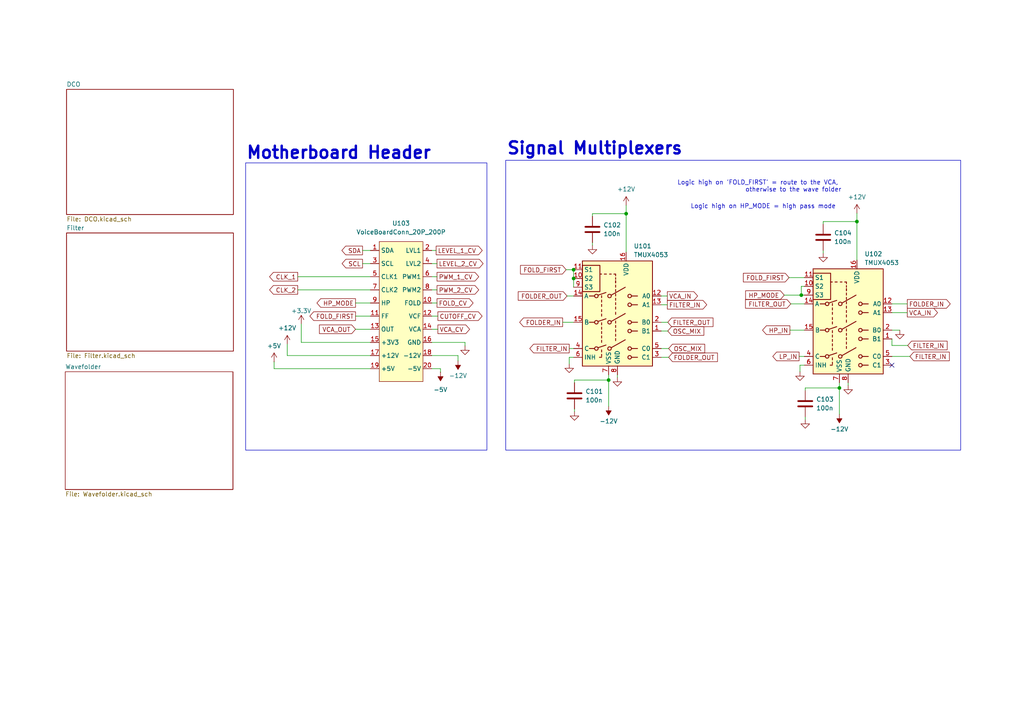
<source format=kicad_sch>
(kicad_sch (version 20231120) (generator "eeschema") (generator_version "8.0")
  (paper "A4")
  (lib_symbols
    (symbol "Analog_Switch:TMUX4053"
      (property "Reference" "U" (at -10.16 16.51 0))
      (property "Value" "TMUX4053" (at 3.81 16.51 0))
      (symbol "TMUX4053_0_1"
        (rectangle (start -10.16 6.35) (end -5.08 13.97) (stroke (width 0.254)))
        (rectangle (start -10.16 15.24) (end 10.16 -15.24) (stroke (width 0.254)) (fill (type background)))
        (circle (center -6.096 -10.16) (radius 0.508) (stroke (width 0.254)))
        (circle (center -6.096 -2.54) (radius 0.508) (stroke (width 0.254)))
        (circle (center -6.096 5.08) (radius 0.508) (stroke (width 0.254)))
        (circle (center -2.286 -10.16) (radius 0.508) (stroke (width 0.254)))
        (circle (center -2.286 -2.54) (radius 0.508) (stroke (width 0.254)))
        (circle (center -2.286 5.08) (radius 0.508) (stroke (width 0.254)))
        (polyline (pts (xy -8.128 -10.16) (xy -6.604 -10.16)) (stroke (width 0.254)))
        (polyline (pts (xy -8.128 -2.54) (xy -6.604 -2.54)) (stroke (width 0.254)))
        (polyline (pts (xy -8.128 5.08) (xy -6.604 5.08)) (stroke (width 0.254)))
        (polyline (pts (xy -5.588 -9.906) (xy -3.302 -9.144)) (stroke (width 0.254)))
        (polyline (pts (xy -5.588 -2.286) (xy -3.302 -1.524)) (stroke (width 0.254)))
        (polyline (pts (xy -5.588 5.334) (xy -3.302 6.096)) (stroke (width 0.254)))
        (polyline (pts (xy -4.572 -12.7) (xy -5.207 -12.7)) (stroke (width 0.254)))
        (polyline (pts (xy -4.572 -12.446) (xy -4.572 -11.811)) (stroke (width 0.254)))
        (polyline (pts (xy -4.572 -11.176) (xy -4.572 -10.541)) (stroke (width 0.254)))
        (polyline (pts (xy -4.572 -8.382) (xy -4.572 -7.747)) (stroke (width 0.254)))
        (polyline (pts (xy -4.572 -7.112) (xy -4.572 -6.477)) (stroke (width 0.254)))
        (polyline (pts (xy -4.572 -5.842) (xy -4.572 -5.207)) (stroke (width 0.254)))
        (polyline (pts (xy -4.572 -4.572) (xy -4.572 -3.937)) (stroke (width 0.254)))
        (polyline (pts (xy -4.572 -3.302) (xy -4.572 -2.667)) (stroke (width 0.254)))
        (polyline (pts (xy -4.572 -0.762) (xy -4.572 -0.127)) (stroke (width 0.254)))
        (polyline (pts (xy -4.572 0.508) (xy -4.572 1.143)) (stroke (width 0.254)))
        (polyline (pts (xy -4.572 2.032) (xy -4.572 2.667)) (stroke (width 0.254)))
        (polyline (pts (xy -4.572 3.302) (xy -4.572 3.937)) (stroke (width 0.254)))
        (polyline (pts (xy -4.572 4.572) (xy -4.572 5.207)) (stroke (width 0.254)))
        (polyline (pts (xy -4.572 11.43) (xy -5.08 11.43)) (stroke (width 0.254)))
        (polyline (pts (xy -3.81 11.43) (xy -3.175 11.43)) (stroke (width 0.254)))
        (polyline (pts (xy -1.778 -9.906) (xy 2.286 -7.62)) (stroke (width 0.254)))
        (polyline (pts (xy -1.778 -2.286) (xy 2.286 0)) (stroke (width 0.254)))
        (polyline (pts (xy -1.778 5.334) (xy 2.286 7.62)) (stroke (width 0.254)))
        (polyline (pts (xy -1.778 11.43) (xy -2.286 11.43)) (stroke (width 0.254)))
        (polyline (pts (xy -0.508 -7.874) (xy -0.508 -7.239)) (stroke (width 0.254)))
        (polyline (pts (xy -0.508 -6.604) (xy -0.508 -5.969)) (stroke (width 0.254)))
        (polyline (pts (xy -0.508 -5.334) (xy -0.508 -4.699)) (stroke (width 0.254)))
        (polyline (pts (xy -0.508 -4.064) (xy -0.508 -3.429)) (stroke (width 0.254)))
        (polyline (pts (xy -0.508 -2.794) (xy -0.508 -2.159)) (stroke (width 0.254)))
        (polyline (pts (xy -0.508 -0.254) (xy -0.508 0.381)) (stroke (width 0.254)))
        (polyline (pts (xy -0.508 1.27) (xy -0.508 1.905)) (stroke (width 0.254)))
        (polyline (pts (xy -0.508 2.54) (xy -0.508 3.175)) (stroke (width 0.254)))
        (polyline (pts (xy -0.508 3.81) (xy -0.508 4.445)) (stroke (width 0.254)))
        (polyline (pts (xy -0.508 5.08) (xy -0.508 5.715)) (stroke (width 0.254)))
        (polyline (pts (xy -0.508 6.35) (xy -0.508 6.985)) (stroke (width 0.254)))
        (polyline (pts (xy -0.508 7.62) (xy -0.508 8.255)) (stroke (width 0.254)))
        (polyline (pts (xy -0.508 8.89) (xy -0.508 9.398)) (stroke (width 0.254)))
        (polyline (pts (xy -0.508 8.89) (xy -0.508 9.525)) (stroke (width 0.254)))
        (polyline (pts (xy -0.508 9.906) (xy -0.508 10.414)) (stroke (width 0.254)))
        (polyline (pts (xy -0.508 10.922) (xy -0.508 11.43)) (stroke (width 0.254)))
        (polyline (pts (xy -0.508 11.43) (xy -1.016 11.43)) (stroke (width 0.254)))
        (polyline (pts (xy 4.064 -12.7) (xy 5.842 -12.7)) (stroke (width 0.254)))
        (polyline (pts (xy 4.064 -10.16) (xy 5.842 -10.16)) (stroke (width 0.254)))
        (polyline (pts (xy 4.064 -5.08) (xy 5.842 -5.08)) (stroke (width 0.254)))
        (polyline (pts (xy 4.064 -2.54) (xy 5.842 -2.54)) (stroke (width 0.254)))
        (polyline (pts (xy 4.064 2.54) (xy 5.842 2.54)) (stroke (width 0.254)))
        (polyline (pts (xy 4.064 5.08) (xy 5.842 5.08)) (stroke (width 0.254)))
        (circle (center 3.556 -12.7) (radius 0.508) (stroke (width 0.254)))
        (circle (center 3.556 -10.16) (radius 0.508) (stroke (width 0.254)))
        (circle (center 3.556 -5.08) (radius 0.508) (stroke (width 0.254)))
        (circle (center 3.556 -2.54) (radius 0.508) (stroke (width 0.254)))
        (circle (center 3.556 2.54) (radius 0.508) (stroke (width 0.254)))
        (circle (center 3.556 5.08) (radius 0.508) (stroke (width 0.254)))
      )
      (symbol "TMUX4053_1_1"
        (pin bidirectional line (at 12.7 -5.08 180) (length 2.54) (name "B1") (number "1"))
        (pin input line (at -12.7 10.16 0) (length 2.54) (name "S2") (number "10"))
        (pin input line (at -12.7 12.7 0) (length 2.54) (name "S1") (number "11"))
        (pin bidirectional line (at 12.7 5.08 180) (length 2.54) (name "A0") (number "12"))
        (pin bidirectional line (at 12.7 2.54 180) (length 2.54) (name "A1") (number "13"))
        (pin bidirectional line (at -12.7 5.08 0) (length 2.54) (name "A") (number "14"))
        (pin bidirectional line (at -12.7 -2.54 0) (length 2.54) (name "B") (number "15"))
        (pin power_in line (at 2.54 17.78 270) (length 2.54) (name "VDD") (number "16"))
        (pin bidirectional line (at 12.7 -2.54 180) (length 2.54) (name "B0") (number "2"))
        (pin bidirectional line (at 12.7 -12.7 180) (length 2.54) (name "C1") (number "3"))
        (pin bidirectional line (at -12.7 -10.16 0) (length 2.54) (name "C") (number "4"))
        (pin bidirectional line (at 12.7 -10.16 180) (length 2.54) (name "C0") (number "5"))
        (pin input line (at -12.7 -12.7 0) (length 2.54) (name "INH") (number "6"))
        (pin power_in line (at -2.54 -17.78 90) (length 2.54) (name "VSS") (number "7"))
        (pin power_in line (at 0 -17.78 90) (length 2.54) (name "GND") (number "8"))
        (pin input line (at -12.7 7.62 0) (length 2.54) (name "S3") (number "9"))
      )
    )
    (symbol "Connector_Audio:VoiceBoardConn_20P_200P"
      (property "Reference" "U103" (at 0 32.004 0))
      (property "Value" "VoiceBoardConn_20P_200P" (at 0 29.464 0))
      (symbol "VoiceBoardConn_20P_200P_1_1"
        (rectangle (start -6.35 26.67) (end 6.35 -13.9) (fill (type background)))
        (pin passive line (at -8.89 24.13 0) (length 2.54) (name "SDA") (number "1"))
        (pin passive line (at 8.89 8.89 180) (length 2.54) (name "FOLD") (number "10"))
        (pin passive line (at -8.89 5.08 0) (length 2.54) (name "FF") (number "11"))
        (pin passive line (at 8.89 5.08 180) (length 2.54) (name "VCF") (number "12"))
        (pin passive line (at -8.89 1.27 0) (length 2.54) (name "OUT") (number "13"))
        (pin passive line (at 8.89 1.27 180) (length 2.54) (name "VCA") (number "14"))
        (pin passive line (at -8.89 -2.54 0) (length 2.54) (name "+3V3") (number "15"))
        (pin passive line (at 8.89 -2.54 180) (length 2.54) (name "GND") (number "16"))
        (pin passive line (at -8.89 -6.35 0) (length 2.54) (name "+12V") (number "17"))
        (pin passive line (at 8.89 -6.35 180) (length 2.54) (name "-12V") (number "18"))
        (pin passive line (at -8.89 -10.16 0) (length 2.54) (name "+5V") (number "19"))
        (pin passive line (at 8.89 24.13 180) (length 2.54) (name "LVL1") (number "2"))
        (pin passive line (at 8.89 -10.16 180) (length 2.54) (name "-5V") (number "20"))
        (pin passive line (at -8.89 20.32 0) (length 2.54) (name "SCL") (number "3"))
        (pin passive line (at 8.89 20.32 180) (length 2.54) (name "LVL2") (number "4"))
        (pin passive line (at -8.89 16.51 0) (length 2.54) (name "CLK1") (number "5"))
        (pin passive line (at 8.89 16.51 180) (length 2.54) (name "PWM1") (number "6"))
        (pin passive line (at -8.89 12.7 0) (length 2.54) (name "CLK2") (number "7"))
        (pin passive line (at 8.89 12.7 180) (length 2.54) (name "PWM2") (number "8"))
        (pin passive line (at -8.89 8.89 0) (length 2.54) (name "HP") (number "9"))
      )
    )
    (symbol "Device:C" (pin_numbers hide) (pin_names (offset 0.254))
      (property "Reference" "C" (at 0.635 2.54 0))
      (property "Value" "C" (at 0.635 -2.54 0))
      (symbol "C_0_1"
        (polyline (pts (xy -2.032 -0.762) (xy 2.032 -0.762)) (stroke (width 0.508)))
        (polyline (pts (xy -2.032 0.762) (xy 2.032 0.762)) (stroke (width 0.508)))
      )
      (symbol "C_1_1"
        (pin passive line (at 0 3.81 270) (length 2.794) (name "~") (number "1"))
        (pin passive line (at 0 -3.81 90) (length 2.794) (name "~") (number "2"))
      )
    )
    (symbol "power:+12V" (power) (pin_names (offset 0))
      (property "Value" "+12V" (at 0 3.556 0))
      (symbol "+12V_0_1"
        (polyline (pts (xy -0.762 1.27) (xy 0 2.54)))
        (polyline (pts (xy 0 0) (xy 0 2.54)))
        (polyline (pts (xy 0 2.54) (xy 0.762 1.27)))
      )
      (symbol "+12V_1_1"
        (pin power_in line (at 0 0 90) (length 0) hide (name "+12V") (number "1"))
      )
    )
    (symbol "power:+3.3V" (power) (pin_names (offset 0))
      (property "Value" "+3.3V" (at 0 3.556 0))
      (symbol "+3.3V_0_1"
        (polyline (pts (xy -0.762 1.27) (xy 0 2.54)))
        (polyline (pts (xy 0 0) (xy 0 2.54)))
        (polyline (pts (xy 0 2.54) (xy 0.762 1.27)))
      )
      (symbol "+3.3V_1_1"
        (pin power_in line (at 0 0 90) (length 0) hide (name "+3.3V") (number "1"))
      )
    )
    (symbol "power:+5V" (power) (pin_numbers hide) (pin_names (offset 0) hide)
      (property "Value" "+5V" (at 0 3.556 0))
      (symbol "+5V_0_1"
        (polyline (pts (xy -0.762 1.27) (xy 0 2.54)))
        (polyline (pts (xy 0 0) (xy 0 2.54)))
        (polyline (pts (xy 0 2.54) (xy 0.762 1.27)))
      )
      (symbol "+5V_1_1"
        (pin power_in line (at 0 0 90) (length 0) (name "~") (number "1"))
      )
    )
    (symbol "power:-12V" (power) (pin_names (offset 0))
      (property "Value" "-12V" (at 0 3.81 0))
      (symbol "-12V_0_0"
        (pin power_in line (at 0 0 90) (length 0) hide (name "-12V") (number "1"))
      )
      (symbol "-12V_0_1"
        (polyline (pts (xy 0 0) (xy 0 1.27) (xy 0.762 1.27) (xy 0 2.54) (xy -0.762 1.27) (xy 0 1.27)) (fill (type outline)))
      )
    )
    (symbol "power:-5V" (power) (pin_numbers hide) (pin_names (offset 0) hide)
      (property "Value" "-5V" (at 0 3.556 0))
      (symbol "-5V_0_0"
        (pin power_in line (at 0 0 90) (length 0) (name "~") (number "1"))
      )
      (symbol "-5V_0_1"
        (polyline (pts (xy 0 0) (xy 0 1.27) (xy 0.762 1.27) (xy 0 2.54) (xy -0.762 1.27) (xy 0 1.27)) (fill (type outline)))
      )
    )
    (symbol "power:GND" (power) (pin_names (offset 0))
      (symbol "GND_0_1"
        (polyline (pts (xy 0 0) (xy 0 -1.27) (xy 1.27 -1.27) (xy 0 -2.54) (xy -1.27 -1.27) (xy 0 -1.27)))
      )
      (symbol "GND_1_1"
        (pin power_in line (at 0 0 270) (length 0) hide (name "GND") (number "1"))
      )
    )
  )
  (junction (at 166.37 78.232))
  (junction (at 248.539 64.262))
  (junction (at 243.459 112.522))
  (junction (at 166.37 80.772))
  (junction (at 232.41 85.598))
  (junction (at 181.61 61.976))
  (junction (at 176.53 110.236))
  (no_connect (at 258.699 105.918))
  (wire (pts (xy 83.312 99.822) (xy 83.312 103.124)))
  (wire (pts (xy 132.842 103.124) (xy 132.842 104.648)))
  (wire (pts (xy 105.156 76.454) (xy 107.442 76.454)))
  (wire (pts (xy 107.442 106.934) (xy 79.502 106.934)))
  (wire (pts (xy 258.699 90.678) (xy 263.144 90.678)))
  (wire (pts (xy 229.108 95.758) (xy 233.299 95.758)))
  (wire (pts (xy 171.831 61.976) (xy 181.61 61.976)))
  (wire (pts (xy 86.36 84.074) (xy 107.442 84.074)))
  (wire (pts (xy 103.124 91.694) (xy 107.442 91.694)))
  (wire (pts (xy 87.376 93.98) (xy 87.376 99.314)))
  (wire (pts (xy 228.854 80.518) (xy 233.299 80.518)))
  (wire (pts (xy 163.195 93.472) (xy 166.37 93.472)))
  (wire (pts (xy 125.222 72.644) (xy 126.492 72.644)))
  (wire (pts (xy 238.76 72.644) (xy 238.76 73.406)))
  (wire (pts (xy 233.553 112.522) (xy 243.459 112.522)))
  (wire (pts (xy 103.124 95.504) (xy 107.442 95.504)))
  (wire (pts (xy 171.831 70.358) (xy 171.831 71.12)))
  (wire (pts (xy 191.77 88.392) (xy 193.548 88.392)))
  (wire (pts (xy 165.1 101.092) (xy 166.37 101.092)))
  (wire (pts (xy 125.222 99.314) (xy 134.874 99.314)))
  (wire (pts (xy 165.1 103.632) (xy 166.37 103.632)))
  (wire (pts (xy 243.459 112.522) (xy 243.459 110.998)))
  (wire (pts (xy 258.699 103.378) (xy 263.906 103.378)))
  (wire (pts (xy 176.53 110.236) (xy 176.53 108.712)))
  (wire (pts (xy 166.624 110.236) (xy 176.53 110.236)))
  (wire (pts (xy 245.999 110.998) (xy 245.999 111.76)))
  (wire (pts (xy 233.553 120.904) (xy 233.553 121.666)))
  (wire (pts (xy 79.502 106.934) (xy 79.502 104.902)))
  (wire (pts (xy 232.41 83.058) (xy 232.41 85.598)))
  (wire (pts (xy 232.41 85.598) (xy 233.299 85.598)))
  (wire (pts (xy 232.029 105.918) (xy 233.299 105.918)))
  (wire (pts (xy 179.07 108.712) (xy 179.07 109.474)))
  (wire (pts (xy 263.144 88.138) (xy 258.699 88.138)))
  (wire (pts (xy 166.37 80.772) (xy 166.37 83.312)))
  (wire (pts (xy 86.36 80.264) (xy 107.442 80.264)))
  (wire (pts (xy 164.465 85.852) (xy 166.37 85.852)))
  (wire (pts (xy 191.77 85.852) (xy 193.548 85.852)))
  (wire (pts (xy 243.459 112.522) (xy 243.459 120.142)))
  (wire (pts (xy 191.77 101.092) (xy 193.929 101.092)))
  (wire (pts (xy 227.457 85.598) (xy 232.41 85.598)))
  (wire (pts (xy 258.699 98.298) (xy 258.699 100.203)))
  (wire (pts (xy 233.553 113.284) (xy 233.553 112.522)))
  (wire (pts (xy 176.53 110.236) (xy 176.53 117.856)))
  (wire (pts (xy 166.624 118.618) (xy 166.624 119.38)))
  (wire (pts (xy 125.222 76.454) (xy 126.746 76.454)))
  (wire (pts (xy 125.222 84.074) (xy 126.746 84.074)))
  (wire (pts (xy 248.539 61.849) (xy 248.539 64.262)))
  (wire (pts (xy 83.312 103.124) (xy 107.442 103.124)))
  (wire (pts (xy 238.76 64.262) (xy 248.539 64.262)))
  (wire (pts (xy 165.1 105.537) (xy 165.1 103.632)))
  (wire (pts (xy 233.299 83.058) (xy 232.41 83.058)))
  (wire (pts (xy 125.222 87.884) (xy 126.746 87.884)))
  (wire (pts (xy 164.211 78.232) (xy 166.37 78.232)))
  (wire (pts (xy 125.222 103.124) (xy 132.842 103.124)))
  (wire (pts (xy 125.222 95.504) (xy 127 95.504)))
  (wire (pts (xy 103.124 87.884) (xy 107.442 87.884)))
  (wire (pts (xy 181.61 61.976) (xy 181.61 73.152)))
  (wire (pts (xy 191.77 103.632) (xy 193.929 103.632)))
  (wire (pts (xy 181.61 59.563) (xy 181.61 61.976)))
  (wire (pts (xy 125.222 80.264) (xy 126.746 80.264)))
  (wire (pts (xy 258.699 95.758) (xy 260.985 95.758)))
  (wire (pts (xy 166.624 110.998) (xy 166.624 110.236)))
  (wire (pts (xy 125.222 106.934) (xy 127.762 106.934)))
  (wire (pts (xy 229.362 88.138) (xy 233.299 88.138)))
  (wire (pts (xy 191.77 93.472) (xy 193.675 93.472)))
  (wire (pts (xy 125.222 91.694) (xy 127 91.694)))
  (wire (pts (xy 232.029 107.823) (xy 232.029 105.918)))
  (wire (pts (xy 238.76 65.024) (xy 238.76 64.262)))
  (wire (pts (xy 258.699 100.203) (xy 263.271 100.203)))
  (wire (pts (xy 105.156 72.644) (xy 107.442 72.644)))
  (wire (pts (xy 231.775 103.378) (xy 233.299 103.378)))
  (wire (pts (xy 191.77 96.012) (xy 193.675 96.012)))
  (wire (pts (xy 127.762 106.934) (xy 127.762 107.95)))
  (wire (pts (xy 166.37 78.232) (xy 166.37 80.772)))
  (wire (pts (xy 134.874 99.314) (xy 134.874 100.33)))
  (wire (pts (xy 87.376 99.314) (xy 107.442 99.314)))
  (wire (pts (xy 248.539 64.262) (xy 248.539 75.438)))
  (wire (pts (xy 171.831 62.738) (xy 171.831 61.976)))
  (rectangle (start 146.685 46.482) (end 278.638 130.556))
  (rectangle (start 71.247 47.244) (end 141.224 130.556))
  (text "Logic high on HP_MODE = high pass mode" (at 200.279 60.706 0) (effects (font (size 1.27 1.27)) (justify left bottom)))
  (text "Motherboard Header" (at 71.247 46.482 0) (effects (font (size 3.5 3.5) (thickness 0.7) (bold yes)) (justify left bottom)))
  (text "Logic high on 'FOLD_FIRST' = route to the VCA, \notherwise to the wave folder" (at 244.094 55.88 0) (effects (font (size 1.27 1.27)) (justify right bottom)))
  (text "Signal Multiplexers" (at 146.812 45.212 0) (effects (font (size 3.5 3.5) (thickness 0.7) (bold yes)) (justify left bottom)))
  (global_label "FOLDER_IN" (shape output) (at 163.195 93.472 180) (property "Intersheetrefs" "${INTERSHEET_REFS}" (effects (hide yes))))
  (global_label "FILTER_OUT" (shape input) (at 193.675 93.472 0) (property "Intersheetrefs" "${INTERSHEET_REFS}" (effects (hide yes))))
  (global_label "FOLD_FIRST" (shape output) (at 103.124 91.694 180) (property "Intersheetrefs" "${INTERSHEET_REFS}" (effects (hide yes))))
  (global_label "PWM_1_CV" (shape output) (at 126.746 80.264 0) (property "Intersheetrefs" "${INTERSHEET_REFS}" (effects (hide yes))))
  (global_label "VCA_CV" (shape output) (at 127 95.504 0) (property "Intersheetrefs" "${INTERSHEET_REFS}" (effects (hide yes))))
  (global_label "VCA_OUT" (shape input) (at 103.124 95.504 180) (property "Intersheetrefs" "${INTERSHEET_REFS}" (effects (hide yes))))
  (global_label "HP_MODE" (shape input) (at 227.457 85.598 180) (property "Intersheetrefs" "${INTERSHEET_REFS}" (effects (hide yes))))
  (global_label "VCA_IN" (shape output) (at 263.144 90.678 0) (property "Intersheetrefs" "${INTERSHEET_REFS}" (effects (hide yes))))
  (global_label "CLK_1" (shape output) (at 86.36 80.264 180) (property "Intersheetrefs" "${INTERSHEET_REFS}" (effects (hide yes))))
  (global_label "LEVEL_2_CV" (shape output) (at 126.746 76.454 0) (property "Intersheetrefs" "${INTERSHEET_REFS}" (effects (hide yes))))
  (global_label "FOLD_FIRST" (shape input) (at 228.854 80.518 180) (property "Intersheetrefs" "${INTERSHEET_REFS}" (effects (hide yes))))
  (global_label "FILTER_OUT" (shape input) (at 229.362 88.138 180) (property "Intersheetrefs" "${INTERSHEET_REFS}" (effects (hide yes))))
  (global_label "LP_IN" (shape output) (at 231.775 103.378 180) (property "Intersheetrefs" "${INTERSHEET_REFS}" (effects (hide yes))))
  (global_label "OSC_MIX" (shape input) (at 193.929 101.092 0) (property "Intersheetrefs" "${INTERSHEET_REFS}" (effects (hide yes))))
  (global_label "SCL" (shape output) (at 105.156 76.454 180) (property "Intersheetrefs" "${INTERSHEET_REFS}" (effects (hide yes))))
  (global_label "FILTER_IN" (shape output) (at 165.1 101.092 180) (property "Intersheetrefs" "${INTERSHEET_REFS}" (effects (hide yes))))
  (global_label "PWM_2_CV" (shape output) (at 126.746 84.074 0) (property "Intersheetrefs" "${INTERSHEET_REFS}" (effects (hide yes))))
  (global_label "CLK_2" (shape output) (at 86.36 84.074 180) (property "Intersheetrefs" "${INTERSHEET_REFS}" (effects (hide yes))))
  (global_label "FOLDER_OUT" (shape input) (at 164.465 85.852 180) (property "Intersheetrefs" "${INTERSHEET_REFS}" (effects (hide yes))))
  (global_label "FOLDER_OUT" (shape input) (at 193.929 103.632 0) (property "Intersheetrefs" "${INTERSHEET_REFS}" (effects (hide yes))))
  (global_label "HP_MODE" (shape output) (at 103.124 87.884 180) (property "Intersheetrefs" "${INTERSHEET_REFS}" (effects (hide yes))))
  (global_label "OSC_MIX" (shape input) (at 193.675 96.012 0) (property "Intersheetrefs" "${INTERSHEET_REFS}" (effects (hide yes))))
  (global_label "CUTOFF_CV" (shape output) (at 127 91.694 0) (property "Intersheetrefs" "${INTERSHEET_REFS}" (effects (hide yes))))
  (global_label "HP_IN" (shape output) (at 229.108 95.758 180) (property "Intersheetrefs" "${INTERSHEET_REFS}" (effects (hide yes))))
  (global_label "LEVEL_1_CV" (shape output) (at 126.492 72.644 0) (property "Intersheetrefs" "${INTERSHEET_REFS}" (effects (hide yes))))
  (global_label "FOLD_FIRST" (shape input) (at 164.211 78.232 180) (property "Intersheetrefs" "${INTERSHEET_REFS}" (effects (hide yes))))
  (global_label "FILTER_IN" (shape input) (at 263.271 100.203 0) (property "Intersheetrefs" "${INTERSHEET_REFS}" (effects (hide yes))))
  (global_label "FOLD_CV" (shape output) (at 126.746 87.884 0) (property "Intersheetrefs" "${INTERSHEET_REFS}" (effects (hide yes))))
  (global_label "SDA" (shape output) (at 105.156 72.644 180) (property "Intersheetrefs" "${INTERSHEET_REFS}" (effects (hide yes))))
  (global_label "VCA_IN" (shape output) (at 193.548 85.852 0) (property "Intersheetrefs" "${INTERSHEET_REFS}" (effects (hide yes))))
  (global_label "FILTER_IN" (shape input) (at 263.906 103.378 0) (property "Intersheetrefs" "${INTERSHEET_REFS}" (effects (hide yes))))
  (global_label "FOLDER_IN" (shape output) (at 263.144 88.138 0) (property "Intersheetrefs" "${INTERSHEET_REFS}" (effects (hide yes))))
  (global_label "FILTER_IN" (shape output) (at 193.548 88.392 0) (property "Intersheetrefs" "${INTERSHEET_REFS}" (effects (hide yes))))
  (symbol (lib_id "power:GND") (at 171.831 71.12 0) (unit 1)
    (property "Reference" "#PWR0107" (effects (hide yes)))
    (property "Value" "GND" (effects (hide yes)))
  )
  (symbol (lib_id "power:-5V") (at 127.762 107.95 180) (unit 1)
    (property "Reference" "#PWR0102" (effects (hide yes)))
    (property "Value" "-5V" (at 127.762 113.03 0))
    (property "Description" "Power symbol creates a global label with name \"-5V\"" (effects (hide yes)))
  )
  (symbol (lib_id "power:GND") (at 165.1 105.537 0) (unit 1)
    (property "Reference" "#PWR0105" (effects (hide yes)))
    (property "Value" "GND" (effects (hide yes)))
  )
  (symbol (lib_id "power:GND") (at 232.029 107.823 0) (unit 1)
    (property "Reference" "#PWR0111" (effects (hide yes)))
    (property "Value" "GND" (effects (hide yes)))
  )
  (symbol (lib_id "Device:C") (at 171.831 66.548 0) (unit 1)
    (property "Reference" "C102" (at 175.006 65.278 0) (effects (justify left)))
    (property "Value" "100n" (at 175.006 67.818 0) (effects (justify left)))
    (property "Footprint" "Capacitor_SMD:C_0805_2012Metric" (effects (hide yes)))
  )
  (symbol (lib_id "Analog_Switch:TMUX4053") (at 179.07 90.932 0) (unit 1)
    (property "Reference" "U101" (at 183.8041 71.374 0) (effects (justify left)))
    (property "Value" "TMUX4053" (at 183.8041 73.914 0) (effects (justify left)))
    (property "Footprint" "Package_SO:TSSOP-16_4.4x5mm_P0.65mm" (effects (hide yes)))
    (property "Datasheet" "http://www.ti.com/lit/ds/symlink/cd4052b.pdf" (effects (hide yes)))
  )
  (symbol (lib_id "power:-12V") (at 243.459 120.142 180) (unit 1)
    (property "Reference" "#PWR0114" (effects (hide yes)))
    (property "Value" "-12V" (at 243.459 124.46 0))
  )
  (symbol (lib_id "power:+12V") (at 83.312 99.822 0) (unit 1)
    (property "Reference" "#PWR0119" (effects (hide yes)))
    (property "Value" "+12V" (at 83.312 95.123 0))
  )
  (symbol (lib_id "power:+3.3V") (at 87.376 93.98 0) (unit 1)
    (property "Reference" "#PWR0118" (effects (hide yes)))
    (property "Value" "+3.3V" (at 87.376 90.17 0))
  )
  (symbol (lib_id "power:+12V") (at 181.61 59.563 0) (unit 1)
    (property "Reference" "#PWR0110" (effects (hide yes)))
    (property "Value" "+12V" (at 181.61 54.864 0))
  )
  (symbol (lib_id "power:GND") (at 260.985 95.758 0) (unit 1)
    (property "Reference" "#PWR0117" (effects (hide yes)))
    (property "Value" "GND" (effects (hide yes)))
  )
  (symbol (lib_id "power:-12V") (at 176.53 117.856 180) (unit 1)
    (property "Reference" "#PWR0108" (effects (hide yes)))
    (property "Value" "-12V" (at 176.53 122.174 0))
  )
  (symbol (lib_id "Connector_Audio:VoiceBoardConn_20P_200P") (at 116.332 96.774 0) (unit 1)
    (property "Reference" "U103" (at 116.332 64.77 0))
    (property "Value" "VoiceBoardConn_20P_200P" (at 116.332 67.31 0))
    (property "Footprint" "Connector_PinHeader_2.00mm:PinHeader_2x10_P2.00mm_Vertical" (effects (hide yes)))
  )
  (symbol (lib_id "Device:C") (at 238.76 68.834 0) (unit 1)
    (property "Reference" "C104" (at 241.935 67.564 0) (effects (justify left)))
    (property "Value" "100n" (at 241.935 70.104 0) (effects (justify left)))
    (property "Footprint" "Capacitor_SMD:C_0805_2012Metric" (effects (hide yes)))
  )
  (symbol (lib_id "power:-12V") (at 132.842 104.648 180) (unit 1)
    (property "Reference" "#PWR0120" (effects (hide yes)))
    (property "Value" "-12V" (at 132.842 108.966 0))
  )
  (symbol (lib_id "power:GND") (at 134.874 100.33 0) (unit 1)
    (property "Reference" "#PWR0121" (effects (hide yes)))
    (property "Value" "GND" (effects (hide yes)))
  )
  (symbol (lib_id "Device:C") (at 233.553 117.094 0) (unit 1)
    (property "Reference" "C103" (at 236.728 115.824 0) (effects (justify left)))
    (property "Value" "100n" (at 236.728 118.364 0) (effects (justify left)))
    (property "Footprint" "Capacitor_SMD:C_0805_2012Metric" (effects (hide yes)))
  )
  (symbol (lib_id "power:GND") (at 245.999 111.76 0) (unit 1)
    (property "Reference" "#PWR0115" (effects (hide yes)))
    (property "Value" "GND" (effects (hide yes)))
  )
  (symbol (lib_id "Analog_Switch:TMUX4053") (at 245.999 93.218 0) (unit 1)
    (property "Reference" "U102" (at 250.7331 73.66 0) (effects (justify left)))
    (property "Value" "TMUX4053" (at 250.7331 76.2 0) (effects (justify left)))
    (property "Footprint" "Package_SO:TSSOP-16_4.4x5mm_P0.65mm" (effects (hide yes)))
    (property "Datasheet" "http://www.ti.com/lit/ds/symlink/cd4052b.pdf" (effects (hide yes)))
  )
  (symbol (lib_id "Device:C") (at 166.624 114.808 0) (unit 1)
    (property "Reference" "C101" (at 169.799 113.538 0) (effects (justify left)))
    (property "Value" "100n" (at 169.799 116.078 0) (effects (justify left)))
    (property "Footprint" "Capacitor_SMD:C_0805_2012Metric" (effects (hide yes)))
  )
  (symbol (lib_id "power:+12V") (at 248.539 61.849 0) (unit 1)
    (property "Reference" "#PWR0116" (effects (hide yes)))
    (property "Value" "+12V" (at 248.539 57.15 0))
  )
  (symbol (lib_id "power:GND") (at 166.624 119.38 0) (unit 1)
    (property "Reference" "#PWR0106" (effects (hide yes)))
    (property "Value" "GND" (effects (hide yes)))
  )
  (symbol (lib_id "power:+5V") (at 79.502 104.902 0) (unit 1)
    (property "Reference" "#PWR0101" (effects (hide yes)))
    (property "Value" "+5V" (at 79.502 100.33 0))
    (property "Description" "Power symbol creates a global label with name \"+5V\"" (effects (hide yes)))
  )
  (symbol (lib_id "power:GND") (at 233.553 121.666 0) (unit 1)
    (property "Reference" "#PWR0112" (effects (hide yes)))
    (property "Value" "GND" (effects (hide yes)))
  )
  (symbol (lib_id "power:GND") (at 238.76 73.406 0) (unit 1)
    (property "Reference" "#PWR0113" (effects (hide yes)))
    (property "Value" "GND" (effects (hide yes)))
  )
  (symbol (lib_id "power:GND") (at 179.07 109.474 0) (unit 1)
    (property "Reference" "#PWR0109" (effects (hide yes)))
    (property "Value" "GND" (effects (hide yes)))
  )
  (sheet (at 18.923 107.823) (size 48.641 34.163) (stroke (width 0.1524))
    (property "Sheetname" "Wavefolder" (at 18.923 107.1114 0) (effects (justify left bottom)))
    (property "Sheetfile" "Wavefolder.kicad_sch" (at 18.923 142.5706 0) (effects (justify left top)))
  )
  (sheet (at 19.304 25.908) (size 48.387 36.322) (stroke (width 0.1524))
    (property "Sheetname" "DCO" (at 19.304 25.1964 0) (effects (justify left bottom)))
    (property "Sheetfile" "DCO.kicad_sch" (at 19.304 62.8146 0) (effects (justify left top)))
  )
  (sheet (at 19.304 67.564) (size 48.387 34.29) (stroke (width 0.1524))
    (property "Sheetname" "Filter" (at 19.304 66.8524 0) (effects (justify left bottom)))
    (property "Sheetfile" "Filter.kicad_sch" (at 19.304 102.4386 0) (effects (justify left top)))
  )
)
</source>
